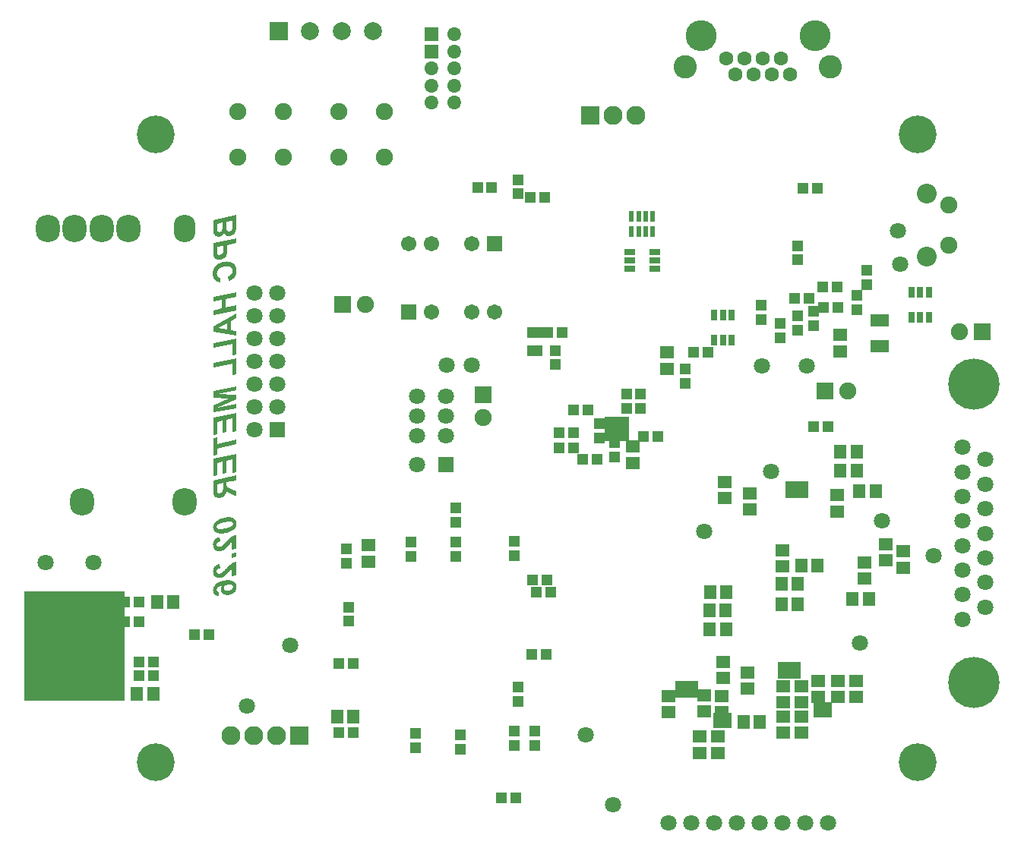
<source format=gbs>
G04*
G04 #@! TF.GenerationSoftware,Altium Limited,Altium Designer,18.0.12 (696)*
G04*
G04 Layer_Color=0*
%FSLAX44Y44*%
%MOMM*%
G71*
G01*
G75*
%ADD23R,1.6532X1.1532*%
%ADD24R,1.6032X1.4032*%
%ADD25R,1.4032X1.6032*%
%ADD38R,0.8032X1.3032*%
%ADD39R,1.1532X1.2032*%
%ADD41R,0.6032X1.1532*%
%ADD48R,1.2032X1.1532*%
%ADD51R,2.0032X1.4032*%
%ADD56C,1.8032*%
%ADD57O,1.5032X1.6032*%
%ADD58R,1.5032X1.6032*%
%ADD59C,2.1032*%
%ADD60R,2.1032X2.1032*%
%ADD61R,2.0032X2.0032*%
%ADD62C,2.0032*%
%ADD63R,11.2032X12.2032*%
%ADD64R,2.6032X1.9532*%
%ADD65C,1.9032*%
%ADD66R,1.9032X1.9032*%
%ADD67R,2.0832X1.7732*%
%ADD68R,2.7032X2.7032*%
%ADD69R,1.8032X1.8032*%
%ADD70R,1.7032X1.7032*%
%ADD71C,1.7032*%
%ADD72C,1.7032*%
%ADD73R,1.8032X1.8032*%
G04:AMPARAMS|DCode=74|XSize=3.0032mm|YSize=2.7032mm|CornerRadius=1.2391mm|HoleSize=0mm|Usage=FLASHONLY|Rotation=270.000|XOffset=0mm|YOffset=0mm|HoleType=Round|Shape=RoundedRectangle|*
%AMROUNDEDRECTD74*
21,1,3.0032,0.2250,0,0,270.0*
21,1,0.5250,2.7032,0,0,270.0*
1,1,2.4782,-0.1125,-0.2625*
1,1,2.4782,-0.1125,0.2625*
1,1,2.4782,0.1125,0.2625*
1,1,2.4782,0.1125,-0.2625*
%
%ADD74ROUNDEDRECTD74*%
%ADD76R,1.9032X1.9032*%
%ADD77C,5.7032*%
%ADD78C,2.2032*%
%ADD79C,1.6032*%
%ADD80C,2.6032*%
%ADD81C,3.4532*%
%ADD82C,4.2032*%
%ADD83C,1.1032*%
%ADD157R,1.3032X0.8032*%
G04:AMPARAMS|DCode=158|XSize=3.0032mm|YSize=2.4032mm|CornerRadius=1.1026mm|HoleSize=0mm|Usage=FLASHONLY|Rotation=270.000|XOffset=0mm|YOffset=0mm|HoleType=Round|Shape=RoundedRectangle|*
%AMROUNDEDRECTD158*
21,1,3.0032,0.1980,0,0,270.0*
21,1,0.7980,2.4032,0,0,270.0*
1,1,2.2052,-0.0990,-0.3990*
1,1,2.2052,-0.0990,0.3990*
1,1,2.2052,0.0990,0.3990*
1,1,2.2052,0.0990,-0.3990*
%
%ADD158ROUNDEDRECTD158*%
G36*
X630000Y712952D02*
X629972Y712258D01*
X629917Y711619D01*
X629861Y711008D01*
X629806Y710453D01*
X629722Y709926D01*
X629639Y709454D01*
X629556Y709009D01*
X629473Y708649D01*
X629389Y708315D01*
X629306Y708038D01*
X629250Y707788D01*
X629195Y707621D01*
X629139Y707483D01*
X629112Y707399D01*
Y707371D01*
X628723Y706566D01*
X628251Y705844D01*
X627779Y705206D01*
X627279Y704706D01*
X627057Y704484D01*
X626835Y704290D01*
X626641Y704123D01*
X626474Y704012D01*
X626335Y703901D01*
X626224Y703818D01*
X626169Y703790D01*
X626141Y703762D01*
X625752Y703540D01*
X625364Y703318D01*
X624559Y702985D01*
X623837Y702763D01*
X623143Y702596D01*
X622837Y702541D01*
X622588Y702485D01*
X622338Y702458D01*
X622116D01*
X621949Y702430D01*
X621838D01*
X621755D01*
X621727D01*
X621088Y702485D01*
X620505Y702596D01*
X619978Y702791D01*
X619506Y702985D01*
X619117Y703179D01*
X618840Y703374D01*
X618728Y703429D01*
X618645Y703485D01*
X618618Y703540D01*
X618590D01*
X618118Y703984D01*
X617701Y704484D01*
X617368Y705012D01*
X617118Y705484D01*
X616924Y705928D01*
X616841Y706122D01*
X616785Y706289D01*
X616730Y706428D01*
X616702Y706539D01*
X616674Y706594D01*
Y706622D01*
X616508Y706178D01*
X616341Y705761D01*
X616147Y705373D01*
X615952Y705012D01*
X615758Y704678D01*
X615564Y704373D01*
X615369Y704096D01*
X615203Y703873D01*
X615008Y703651D01*
X614842Y703457D01*
X614703Y703318D01*
X614564Y703179D01*
X614453Y703096D01*
X614370Y703013D01*
X614342Y702957D01*
X614314D01*
X614009Y702735D01*
X613704Y702569D01*
X613065Y702263D01*
X612454Y702041D01*
X611871Y701902D01*
X611344Y701819D01*
X611149Y701791D01*
X610955D01*
X610788Y701764D01*
X610677D01*
X610622D01*
X610594D01*
X610011Y701791D01*
X609484Y701874D01*
X608984Y701986D01*
X608568Y702097D01*
X608207Y702235D01*
X607929Y702346D01*
X607762Y702430D01*
X607735Y702458D01*
X607707D01*
X607235Y702735D01*
X606819Y703068D01*
X606485Y703401D01*
X606180Y703707D01*
X605930Y704012D01*
X605764Y704234D01*
X605653Y704401D01*
X605625Y704429D01*
Y704456D01*
X605347Y704956D01*
X605125Y705511D01*
X604931Y706039D01*
X604792Y706539D01*
X604681Y706983D01*
X604653Y707177D01*
X604625Y707344D01*
X604598Y707455D01*
X604570Y707566D01*
Y707649D01*
X604542Y707871D01*
X604514Y708149D01*
X604459Y708760D01*
X604431Y709426D01*
X604403Y710064D01*
X604375Y710675D01*
Y720420D01*
X630000Y725750D01*
Y712952D01*
D02*
G37*
G36*
Y694629D02*
X620228Y692602D01*
Y688049D01*
X620200Y687522D01*
Y686633D01*
X620172Y686272D01*
Y685911D01*
X620144Y685634D01*
X620117Y685356D01*
Y685162D01*
X620089Y684967D01*
Y684717D01*
X620061Y684634D01*
Y684579D01*
X619922Y683829D01*
X619784Y683135D01*
X619645Y682580D01*
X619506Y682080D01*
X619395Y681691D01*
X619284Y681414D01*
X619256Y681330D01*
X619228Y681247D01*
X619201Y681192D01*
X618978Y680720D01*
X618701Y680275D01*
X618423Y679887D01*
X618145Y679526D01*
X617923Y679248D01*
X617729Y679026D01*
X617590Y678887D01*
X617535Y678832D01*
X617091Y678443D01*
X616619Y678082D01*
X616119Y677777D01*
X615647Y677499D01*
X615230Y677305D01*
X615036Y677194D01*
X614897Y677138D01*
X614758Y677083D01*
X614675Y677027D01*
X614620Y677000D01*
X614592D01*
X613898Y676750D01*
X613232Y676555D01*
X612593Y676417D01*
X612010Y676305D01*
X611538Y676250D01*
X611316D01*
X611149Y676222D01*
X611011D01*
X610900D01*
X610844D01*
X610816D01*
X610067Y676250D01*
X609373Y676361D01*
X608762Y676528D01*
X608234Y676694D01*
X607818Y676889D01*
X607651Y676972D01*
X607513Y677027D01*
X607374Y677111D01*
X607290Y677138D01*
X607263Y677194D01*
X607235D01*
X606707Y677583D01*
X606236Y677999D01*
X605875Y678416D01*
X605569Y678832D01*
X605319Y679193D01*
X605181Y679470D01*
X605125Y679582D01*
X605070Y679665D01*
X605042Y679720D01*
Y679748D01*
X604820Y680387D01*
X604653Y681108D01*
X604542Y681830D01*
X604459Y682552D01*
X604431Y682857D01*
X604403Y683163D01*
Y683440D01*
X604375Y683662D01*
Y694573D01*
X630000Y699903D01*
Y694629D01*
D02*
G37*
G36*
X620422Y674057D02*
X621338Y673973D01*
X622199Y673835D01*
X623004Y673668D01*
X623754Y673474D01*
X624420Y673252D01*
X625031Y673002D01*
X625586Y672752D01*
X626058Y672530D01*
X626474Y672280D01*
X626835Y672058D01*
X627141Y671864D01*
X627363Y671697D01*
X627529Y671558D01*
X627640Y671475D01*
X627668Y671447D01*
X628168Y670920D01*
X628584Y670364D01*
X628973Y669781D01*
X629278Y669171D01*
X629556Y668560D01*
X629778Y667949D01*
X629972Y667366D01*
X630111Y666783D01*
X630250Y666228D01*
X630333Y665728D01*
X630389Y665256D01*
X630416Y664867D01*
X630444Y664534D01*
X630472Y664285D01*
Y664090D01*
X630444Y663313D01*
X630361Y662591D01*
X630250Y661869D01*
X630111Y661203D01*
X629944Y660564D01*
X629750Y659954D01*
X629556Y659398D01*
X629334Y658899D01*
X629139Y658427D01*
X628945Y658010D01*
X628751Y657677D01*
X628584Y657372D01*
X628418Y657122D01*
X628307Y656955D01*
X628251Y656844D01*
X628223Y656816D01*
X627779Y656261D01*
X627279Y655734D01*
X626780Y655234D01*
X626224Y654762D01*
X625669Y654346D01*
X625142Y653957D01*
X624586Y653624D01*
X624059Y653291D01*
X623559Y653041D01*
X623115Y652791D01*
X622699Y652597D01*
X622338Y652430D01*
X622032Y652291D01*
X621810Y652208D01*
X621671Y652152D01*
X621616Y652125D01*
X620811Y657427D01*
X621283Y657594D01*
X621727Y657788D01*
X622143Y657982D01*
X622532Y658177D01*
X622893Y658399D01*
X623198Y658621D01*
X623504Y658815D01*
X623754Y659037D01*
X624003Y659232D01*
X624198Y659398D01*
X624364Y659565D01*
X624503Y659704D01*
X624614Y659815D01*
X624697Y659898D01*
X624725Y659954D01*
X624753Y659981D01*
X624975Y660314D01*
X625169Y660620D01*
X625503Y661286D01*
X625725Y661897D01*
X625891Y662480D01*
X625975Y662980D01*
X626030Y663202D01*
Y663368D01*
X626058Y663535D01*
Y663729D01*
X626030Y664118D01*
X625975Y664507D01*
X625891Y664867D01*
X625808Y665228D01*
X625530Y665839D01*
X625225Y666394D01*
X625058Y666617D01*
X624920Y666811D01*
X624781Y666977D01*
X624642Y667116D01*
X624559Y667255D01*
X624475Y667338D01*
X624420Y667366D01*
X624392Y667394D01*
X624059Y667644D01*
X623698Y667866D01*
X623337Y668088D01*
X622948Y668254D01*
X622143Y668504D01*
X621394Y668671D01*
X621033Y668754D01*
X620700Y668782D01*
X620422Y668810D01*
X620144Y668838D01*
X619950Y668865D01*
X619784D01*
X619672D01*
X619645D01*
X618590Y668810D01*
X617562Y668699D01*
X616619Y668504D01*
X616174Y668421D01*
X615758Y668310D01*
X615397Y668199D01*
X615036Y668116D01*
X614758Y668005D01*
X614481Y667921D01*
X614287Y667866D01*
X614148Y667810D01*
X614037Y667755D01*
X614009D01*
X613481Y667533D01*
X613009Y667311D01*
X612565Y667061D01*
X612149Y666811D01*
X611788Y666561D01*
X611455Y666283D01*
X611149Y666061D01*
X610872Y665811D01*
X610622Y665589D01*
X610428Y665395D01*
X610233Y665201D01*
X610094Y665034D01*
X609983Y664923D01*
X609900Y664812D01*
X609872Y664756D01*
X609845Y664729D01*
X609622Y664368D01*
X609400Y664007D01*
X609067Y663285D01*
X608845Y662619D01*
X608679Y661980D01*
X608623Y661703D01*
X608568Y661453D01*
X608540Y661203D01*
Y661009D01*
X608512Y660870D01*
Y660648D01*
X608568Y659954D01*
X608679Y659315D01*
X608845Y658788D01*
X609012Y658316D01*
X609206Y657955D01*
X609373Y657705D01*
X609484Y657538D01*
X609539Y657483D01*
X609734Y657261D01*
X609956Y657066D01*
X610455Y656733D01*
X610983Y656428D01*
X611510Y656206D01*
X612010Y656039D01*
X612204Y655984D01*
X612399Y655928D01*
X612538Y655900D01*
X612649Y655873D01*
X612732Y655845D01*
X612760D01*
X612288Y650792D01*
X611594Y650903D01*
X610927Y651070D01*
X610289Y651236D01*
X609706Y651458D01*
X609178Y651708D01*
X608679Y651958D01*
X608207Y652236D01*
X607790Y652486D01*
X607429Y652763D01*
X607124Y653013D01*
X606846Y653235D01*
X606624Y653429D01*
X606430Y653596D01*
X606319Y653735D01*
X606236Y653818D01*
X606208Y653846D01*
X605819Y654346D01*
X605458Y654873D01*
X605153Y655401D01*
X604903Y655984D01*
X604681Y656539D01*
X604514Y657094D01*
X604348Y657649D01*
X604237Y658149D01*
X604153Y658649D01*
X604070Y659121D01*
X604015Y659509D01*
X603987Y659870D01*
Y660176D01*
X603959Y660370D01*
Y660564D01*
X603987Y661258D01*
X604042Y661925D01*
X604126Y662563D01*
X604264Y663202D01*
X604403Y663785D01*
X604570Y664368D01*
X604736Y664895D01*
X604931Y665367D01*
X605097Y665811D01*
X605292Y666228D01*
X605458Y666561D01*
X605597Y666866D01*
X605736Y667116D01*
X605819Y667283D01*
X605875Y667394D01*
X605902Y667422D01*
X606291Y668005D01*
X606680Y668532D01*
X607124Y669032D01*
X607568Y669504D01*
X608040Y669948D01*
X608512Y670364D01*
X608956Y670725D01*
X609400Y671059D01*
X609817Y671336D01*
X610205Y671614D01*
X610539Y671836D01*
X610844Y672002D01*
X611094Y672141D01*
X611288Y672252D01*
X611399Y672308D01*
X611455Y672336D01*
X612149Y672641D01*
X612843Y672918D01*
X613537Y673141D01*
X614231Y673335D01*
X614897Y673502D01*
X615564Y673668D01*
X616202Y673779D01*
X616813Y673863D01*
X617368Y673946D01*
X617868Y674001D01*
X618312Y674029D01*
X618701Y674057D01*
X619034Y674085D01*
X619256D01*
X619395D01*
X619450D01*
X620422Y674057D01*
D02*
G37*
G36*
X630000Y634884D02*
X618534Y632497D01*
Y622586D01*
X630000Y624973D01*
Y619698D01*
X604375Y614368D01*
Y619643D01*
X614259Y621697D01*
Y631608D01*
X604375Y629554D01*
Y634829D01*
X630000Y640159D01*
Y634884D01*
D02*
G37*
G36*
Y610815D02*
X624337Y607733D01*
Y597600D01*
X630000Y596739D01*
Y591742D01*
X604375Y595906D01*
Y601819D01*
X630000Y616256D01*
Y610815D01*
D02*
G37*
G36*
Y570087D02*
X625725Y569199D01*
Y582219D01*
X604375Y577777D01*
Y583052D01*
X630000Y588383D01*
Y570087D01*
D02*
G37*
G36*
Y548238D02*
X625725Y547350D01*
Y560371D01*
X604375Y555929D01*
Y561203D01*
X630000Y566534D01*
Y548238D01*
D02*
G37*
G36*
Y530165D02*
X608595Y526112D01*
X630000Y525168D01*
Y520171D01*
X608762Y510676D01*
X630000Y515090D01*
Y510315D01*
X604375Y505679D01*
Y513230D01*
X622032Y521281D01*
X604375Y522086D01*
Y529582D01*
X630000Y534940D01*
Y530165D01*
D02*
G37*
G36*
Y485052D02*
X625725Y484136D01*
Y499072D01*
X618756Y497545D01*
Y484163D01*
X614481Y483275D01*
Y496601D01*
X608651Y495324D01*
Y481609D01*
X604375Y480721D01*
Y499738D01*
X630000Y505068D01*
Y485052D01*
D02*
G37*
G36*
X608651Y470865D02*
X630000Y475335D01*
Y470060D01*
X608651Y465590D01*
Y458206D01*
X604375Y457345D01*
Y477500D01*
X608651Y478361D01*
Y470865D01*
D02*
G37*
G36*
X630000Y439327D02*
X625725Y438411D01*
Y453347D01*
X618756Y451820D01*
Y438439D01*
X614481Y437551D01*
Y450877D01*
X608651Y449599D01*
Y435885D01*
X604375Y434996D01*
X604375Y454014D01*
X630000Y459344D01*
Y439327D01*
D02*
G37*
G36*
X630000Y430083D02*
X619395Y427889D01*
Y425724D01*
X619423Y425085D01*
X619478Y424530D01*
X619561Y424086D01*
X619645Y423725D01*
X619756Y423447D01*
X619839Y423253D01*
X619895Y423142D01*
X619922Y423114D01*
X620089Y422892D01*
X620311Y422670D01*
X620811Y422254D01*
X621366Y421865D01*
X621921Y421504D01*
X622421Y421226D01*
X622643Y421115D01*
X622865Y421032D01*
X623032Y420949D01*
X623143Y420893D01*
X623226Y420838D01*
X623254D01*
X624087Y420477D01*
X624864Y420144D01*
X625586Y419838D01*
X626252Y419561D01*
X626835Y419339D01*
X627390Y419117D01*
X627890Y418922D01*
X628334Y418728D01*
X628723Y418589D01*
X629084Y418478D01*
X629361Y418367D01*
X629584Y418284D01*
X629778Y418228D01*
X629889Y418173D01*
X629972Y418145D01*
X630000D01*
Y412481D01*
X629001Y412898D01*
X628057Y413286D01*
X627196Y413647D01*
X626363Y414008D01*
X625614Y414369D01*
X624920Y414702D01*
X624281Y415008D01*
X623726Y415285D01*
X623198Y415535D01*
X622782Y415757D01*
X622393Y415952D01*
X622088Y416118D01*
X621838Y416257D01*
X621671Y416340D01*
X621560Y416396D01*
X621533Y416424D01*
X621005Y416757D01*
X620533Y417090D01*
X620117Y417423D01*
X619756Y417701D01*
X619478Y417978D01*
X619284Y418173D01*
X619145Y418284D01*
X619117Y418339D01*
X619006Y417617D01*
X618867Y416951D01*
X618701Y416312D01*
X618507Y415729D01*
X618284Y415202D01*
X618062Y414702D01*
X617840Y414286D01*
X617618Y413870D01*
X617396Y413536D01*
X617202Y413231D01*
X617007Y412981D01*
X616841Y412759D01*
X616702Y412592D01*
X616591Y412481D01*
X616535Y412426D01*
X616508Y412398D01*
X616091Y412037D01*
X615647Y411759D01*
X615203Y411482D01*
X614759Y411260D01*
X614314Y411065D01*
X613842Y410899D01*
X613426Y410788D01*
X613009Y410677D01*
X612593Y410593D01*
X612232Y410538D01*
X611927Y410482D01*
X611649Y410455D01*
X611399Y410427D01*
X611233D01*
X611122D01*
X611094D01*
X610261Y410482D01*
X609511Y410593D01*
X608873Y410760D01*
X608290Y410927D01*
X608040Y411038D01*
X607846Y411121D01*
X607651Y411204D01*
X607485Y411288D01*
X607374Y411371D01*
X607290Y411399D01*
X607235Y411454D01*
X607207D01*
X606652Y411843D01*
X606180Y412287D01*
X605791Y412731D01*
X605486Y413148D01*
X605264Y413508D01*
X605097Y413814D01*
X605042Y413925D01*
X605014Y414008D01*
X604986Y414064D01*
Y414092D01*
X604875Y414397D01*
X604792Y414758D01*
X604625Y415480D01*
X604514Y416229D01*
X604459Y416979D01*
X604431Y417312D01*
X604403Y417617D01*
Y417923D01*
X604375Y418145D01*
Y430027D01*
X630000Y435357D01*
X630000Y430083D01*
D02*
G37*
G36*
X622477Y388911D02*
X623198Y388856D01*
X623892Y388745D01*
X624531Y388634D01*
X625114Y388467D01*
X625641Y388301D01*
X626141Y388134D01*
X626558Y387940D01*
X626946Y387745D01*
X627279Y387579D01*
X627557Y387412D01*
X627807Y387245D01*
X627973Y387135D01*
X628112Y387023D01*
X628195Y386968D01*
X628223Y386940D01*
X628612Y386551D01*
X628973Y386135D01*
X629278Y385719D01*
X629528Y385274D01*
X629750Y384830D01*
X629917Y384414D01*
X630083Y383997D01*
X630194Y383609D01*
X630278Y383220D01*
X630361Y382887D01*
X630389Y382554D01*
X630444Y382304D01*
Y382082D01*
X630472Y381915D01*
Y381776D01*
X630444Y381193D01*
X630361Y380638D01*
X630250Y380111D01*
X630111Y379583D01*
X629917Y379111D01*
X629722Y378639D01*
X629528Y378223D01*
X629306Y377806D01*
X629084Y377473D01*
X628890Y377140D01*
X628667Y376862D01*
X628501Y376640D01*
X628362Y376446D01*
X628251Y376307D01*
X628168Y376224D01*
X628140Y376196D01*
X627668Y375752D01*
X627168Y375308D01*
X626641Y374891D01*
X626113Y374530D01*
X625558Y374170D01*
X624975Y373836D01*
X624448Y373531D01*
X623892Y373281D01*
X623393Y373031D01*
X622921Y372809D01*
X622504Y372643D01*
X622143Y372504D01*
X621838Y372365D01*
X621616Y372282D01*
X621477Y372254D01*
X621422Y372226D01*
X620616Y371976D01*
X619811Y371726D01*
X619034Y371532D01*
X618257Y371366D01*
X617535Y371227D01*
X616869Y371116D01*
X616202Y371005D01*
X615619Y370949D01*
X615064Y370866D01*
X614564Y370838D01*
X614148Y370810D01*
X613787Y370783D01*
X613481Y370755D01*
X613259D01*
X613148D01*
X613093D01*
X612315Y370783D01*
X611566Y370838D01*
X610900Y370949D01*
X610261Y371060D01*
X609678Y371227D01*
X609123Y371393D01*
X608651Y371588D01*
X608207Y371754D01*
X607818Y371949D01*
X607485Y372143D01*
X607179Y372309D01*
X606957Y372476D01*
X606763Y372587D01*
X606652Y372698D01*
X606569Y372754D01*
X606541Y372781D01*
X606152Y373170D01*
X605791Y373587D01*
X605486Y374003D01*
X605236Y374419D01*
X605014Y374864D01*
X604820Y375280D01*
X604681Y375696D01*
X604542Y376085D01*
X604459Y376446D01*
X604375Y376807D01*
X604320Y377112D01*
X604292Y377362D01*
Y377584D01*
X604264Y377751D01*
Y377890D01*
X604292Y378473D01*
X604375Y379028D01*
X604487Y379555D01*
X604625Y380055D01*
X604820Y380555D01*
X605014Y381027D01*
X605236Y381443D01*
X605458Y381860D01*
X605680Y382220D01*
X605902Y382526D01*
X606097Y382804D01*
X606291Y383053D01*
X606430Y383248D01*
X606541Y383387D01*
X606624Y383470D01*
X606652Y383498D01*
X607124Y383970D01*
X607651Y384386D01*
X608179Y384830D01*
X608762Y385219D01*
X609956Y385913D01*
X610566Y386218D01*
X611122Y386524D01*
X611677Y386773D01*
X612177Y386996D01*
X612649Y387190D01*
X613037Y387329D01*
X613371Y387468D01*
X613620Y387551D01*
X613787Y387606D01*
X613815Y387634D01*
X613842D01*
X614592Y387856D01*
X615314Y388051D01*
X616757Y388384D01*
X617424Y388523D01*
X618090Y388606D01*
X618701Y388717D01*
X619256Y388772D01*
X619784Y388828D01*
X620256Y388856D01*
X620672Y388911D01*
X621033D01*
X621310Y388939D01*
X621533D01*
X621644D01*
X621699D01*
X622477Y388911D01*
D02*
G37*
G36*
X630000Y353570D02*
X625419Y352626D01*
Y361510D01*
X624781Y360983D01*
X624503Y360760D01*
X624253Y360538D01*
X624059Y360344D01*
X623892Y360205D01*
X623781Y360094D01*
X623754Y360066D01*
X623587Y359900D01*
X623393Y359705D01*
X622948Y359261D01*
X622449Y358734D01*
X621977Y358206D01*
X621505Y357734D01*
X621310Y357512D01*
X621144Y357346D01*
X620977Y357179D01*
X620866Y357068D01*
X620811Y356985D01*
X620783Y356957D01*
X620394Y356540D01*
X620006Y356152D01*
X619645Y355791D01*
X619339Y355458D01*
X619034Y355152D01*
X618756Y354875D01*
X618507Y354625D01*
X618257Y354403D01*
X617896Y354042D01*
X617618Y353792D01*
X617452Y353653D01*
X617396Y353598D01*
X616785Y353098D01*
X616202Y352654D01*
X615647Y352293D01*
X615175Y352015D01*
X614786Y351793D01*
X614453Y351627D01*
X614342Y351571D01*
X614259Y351543D01*
X614231Y351516D01*
X614203D01*
X613620Y351293D01*
X613093Y351155D01*
X612565Y351044D01*
X612093Y350960D01*
X611705Y350905D01*
X611399Y350877D01*
X611288D01*
X611205D01*
X611177D01*
X611149D01*
X610594Y350905D01*
X610067Y350960D01*
X609567Y351071D01*
X609123Y351210D01*
X608679Y351349D01*
X608262Y351516D01*
X607901Y351710D01*
X607540Y351904D01*
X607235Y352099D01*
X606985Y352293D01*
X606735Y352459D01*
X606569Y352598D01*
X606402Y352737D01*
X606291Y352848D01*
X606236Y352904D01*
X606208Y352931D01*
X605875Y353320D01*
X605569Y353764D01*
X605319Y354208D01*
X605070Y354680D01*
X604903Y355152D01*
X604736Y355624D01*
X604598Y356069D01*
X604514Y356513D01*
X604431Y356929D01*
X604375Y357318D01*
X604320Y357679D01*
X604292Y357984D01*
X604264Y358234D01*
Y358567D01*
X604292Y359150D01*
X604348Y359733D01*
X604431Y360288D01*
X604570Y360788D01*
X604709Y361260D01*
X604875Y361704D01*
X605042Y362121D01*
X605208Y362509D01*
X605403Y362842D01*
X605569Y363148D01*
X605736Y363398D01*
X605875Y363620D01*
X606013Y363786D01*
X606097Y363898D01*
X606152Y363981D01*
X606180Y364008D01*
X606541Y364397D01*
X606957Y364758D01*
X607374Y365064D01*
X607818Y365341D01*
X608290Y365591D01*
X608734Y365841D01*
X609178Y366035D01*
X609623Y366202D01*
X610039Y366341D01*
X610428Y366452D01*
X610761Y366563D01*
X611066Y366618D01*
X611316Y366702D01*
X611483Y366729D01*
X611621Y366757D01*
X611649D01*
X612371Y361871D01*
X611955Y361788D01*
X611566Y361676D01*
X611205Y361593D01*
X610872Y361482D01*
X610566Y361371D01*
X610317Y361260D01*
X610067Y361149D01*
X609872Y361038D01*
X609539Y360844D01*
X609289Y360677D01*
X609178Y360566D01*
X609123Y360538D01*
X608817Y360205D01*
X608595Y359844D01*
X608429Y359483D01*
X608318Y359150D01*
X608262Y358872D01*
X608207Y358650D01*
Y358456D01*
X608234Y358040D01*
X608318Y357651D01*
X608456Y357346D01*
X608595Y357068D01*
X608762Y356846D01*
X608873Y356679D01*
X608984Y356568D01*
X609012Y356540D01*
X609345Y356291D01*
X609678Y356096D01*
X610039Y355957D01*
X610372Y355846D01*
X610677Y355791D01*
X610900Y355763D01*
X611066D01*
X611094D01*
X611122D01*
X611427Y355791D01*
X611732Y355846D01*
X612038Y355902D01*
X612315Y355985D01*
X612565Y356096D01*
X612760Y356152D01*
X612871Y356207D01*
X612926Y356235D01*
X613315Y356429D01*
X613704Y356679D01*
X614120Y356957D01*
X614481Y357235D01*
X614814Y357484D01*
X615064Y357706D01*
X615230Y357845D01*
X615258Y357873D01*
X615286Y357901D01*
X615453Y358040D01*
X615647Y358234D01*
X615869Y358456D01*
X616091Y358706D01*
X616646Y359233D01*
X617174Y359789D01*
X617674Y360316D01*
X617924Y360566D01*
X618118Y360760D01*
X618284Y360927D01*
X618395Y361066D01*
X618479Y361149D01*
X618507Y361177D01*
X619090Y361788D01*
X619645Y362371D01*
X620172Y362870D01*
X620616Y363342D01*
X621061Y363786D01*
X621449Y364175D01*
X621810Y364508D01*
X622116Y364814D01*
X622393Y365091D01*
X622615Y365313D01*
X622810Y365480D01*
X622976Y365647D01*
X623087Y365758D01*
X623171Y365841D01*
X623226Y365869D01*
X623254Y365896D01*
X623809Y366368D01*
X624364Y366785D01*
X624920Y367146D01*
X625392Y367451D01*
X625836Y367701D01*
X626002Y367812D01*
X626141Y367895D01*
X626280Y367979D01*
X626363Y368034D01*
X626419Y368062D01*
X626446D01*
X627085Y368367D01*
X627724Y368589D01*
X628307Y368784D01*
X628862Y368923D01*
X629334Y369034D01*
X629528Y369061D01*
X629695Y369089D01*
X629806Y369117D01*
X629917Y369145D01*
X629972D01*
X630000D01*
Y353570D01*
D02*
G37*
G36*
Y344825D02*
X625169Y343853D01*
Y348823D01*
X630000Y349794D01*
Y344825D01*
D02*
G37*
G36*
Y323726D02*
X625419Y322782D01*
Y331666D01*
X624781Y331138D01*
X624503Y330916D01*
X624253Y330694D01*
X624059Y330500D01*
X623892Y330361D01*
X623781Y330250D01*
X623754Y330222D01*
X623587Y330055D01*
X623393Y329861D01*
X622948Y329417D01*
X622449Y328889D01*
X621977Y328362D01*
X621505Y327890D01*
X621310Y327668D01*
X621144Y327501D01*
X620977Y327335D01*
X620866Y327224D01*
X620811Y327140D01*
X620783Y327113D01*
X620394Y326696D01*
X620006Y326307D01*
X619645Y325947D01*
X619339Y325613D01*
X619034Y325308D01*
X618756Y325030D01*
X618507Y324781D01*
X618257Y324558D01*
X617896Y324198D01*
X617618Y323948D01*
X617452Y323809D01*
X617396Y323753D01*
X616785Y323254D01*
X616202Y322809D01*
X615647Y322449D01*
X615175Y322171D01*
X614786Y321949D01*
X614453Y321782D01*
X614342Y321727D01*
X614259Y321699D01*
X614231Y321671D01*
X614203D01*
X613620Y321449D01*
X613093Y321310D01*
X612565Y321199D01*
X612093Y321116D01*
X611705Y321060D01*
X611399Y321033D01*
X611288D01*
X611205D01*
X611177D01*
X611149D01*
X610594Y321060D01*
X610067Y321116D01*
X609567Y321227D01*
X609123Y321366D01*
X608679Y321505D01*
X608262Y321671D01*
X607901Y321866D01*
X607540Y322060D01*
X607235Y322254D01*
X606985Y322449D01*
X606735Y322615D01*
X606569Y322754D01*
X606402Y322893D01*
X606291Y323004D01*
X606236Y323059D01*
X606208Y323087D01*
X605875Y323476D01*
X605569Y323920D01*
X605319Y324364D01*
X605070Y324836D01*
X604903Y325308D01*
X604736Y325780D01*
X604598Y326224D01*
X604514Y326668D01*
X604431Y327085D01*
X604375Y327473D01*
X604320Y327834D01*
X604292Y328140D01*
X604264Y328390D01*
Y328723D01*
X604292Y329306D01*
X604348Y329889D01*
X604431Y330444D01*
X604570Y330944D01*
X604709Y331416D01*
X604875Y331860D01*
X605042Y332276D01*
X605208Y332665D01*
X605403Y332998D01*
X605569Y333303D01*
X605736Y333553D01*
X605875Y333775D01*
X606013Y333942D01*
X606097Y334053D01*
X606152Y334136D01*
X606180Y334164D01*
X606541Y334553D01*
X606957Y334914D01*
X607374Y335219D01*
X607818Y335497D01*
X608290Y335747D01*
X608734Y335997D01*
X609178Y336191D01*
X609623Y336357D01*
X610039Y336496D01*
X610428Y336607D01*
X610761Y336718D01*
X611066Y336774D01*
X611316Y336857D01*
X611483Y336885D01*
X611621Y336913D01*
X611649D01*
X612371Y332026D01*
X611955Y331943D01*
X611566Y331832D01*
X611205Y331749D01*
X610872Y331638D01*
X610566Y331527D01*
X610317Y331416D01*
X610067Y331305D01*
X609872Y331194D01*
X609539Y330999D01*
X609289Y330833D01*
X609178Y330722D01*
X609123Y330694D01*
X608817Y330361D01*
X608595Y330000D01*
X608429Y329639D01*
X608318Y329306D01*
X608262Y329028D01*
X608207Y328806D01*
Y328612D01*
X608234Y328195D01*
X608318Y327807D01*
X608456Y327501D01*
X608595Y327224D01*
X608762Y327001D01*
X608873Y326835D01*
X608984Y326724D01*
X609012Y326696D01*
X609345Y326446D01*
X609678Y326252D01*
X610039Y326113D01*
X610372Y326002D01*
X610677Y325947D01*
X610900Y325919D01*
X611066D01*
X611094D01*
X611122D01*
X611427Y325947D01*
X611732Y326002D01*
X612038Y326058D01*
X612315Y326141D01*
X612565Y326252D01*
X612760Y326307D01*
X612871Y326363D01*
X612926Y326391D01*
X613315Y326585D01*
X613704Y326835D01*
X614120Y327113D01*
X614481Y327390D01*
X614814Y327640D01*
X615064Y327862D01*
X615230Y328001D01*
X615258Y328029D01*
X615286Y328056D01*
X615453Y328195D01*
X615647Y328390D01*
X615869Y328612D01*
X616091Y328862D01*
X616646Y329389D01*
X617174Y329944D01*
X617674Y330472D01*
X617924Y330722D01*
X618118Y330916D01*
X618284Y331083D01*
X618395Y331221D01*
X618479Y331305D01*
X618507Y331332D01*
X619090Y331943D01*
X619645Y332526D01*
X620172Y333026D01*
X620616Y333498D01*
X621061Y333942D01*
X621449Y334331D01*
X621810Y334664D01*
X622116Y334969D01*
X622393Y335247D01*
X622615Y335469D01*
X622810Y335636D01*
X622976Y335802D01*
X623087Y335913D01*
X623171Y335997D01*
X623226Y336024D01*
X623254Y336052D01*
X623809Y336524D01*
X624364Y336940D01*
X624920Y337301D01*
X625392Y337607D01*
X625836Y337857D01*
X626002Y337968D01*
X626141Y338051D01*
X626280Y338134D01*
X626363Y338190D01*
X626419Y338218D01*
X626446D01*
X627085Y338523D01*
X627724Y338745D01*
X628307Y338939D01*
X628862Y339078D01*
X629334Y339189D01*
X629528Y339217D01*
X629695Y339245D01*
X629806Y339272D01*
X629917Y339300D01*
X629972D01*
X630000D01*
Y323726D01*
D02*
G37*
G36*
X621949Y318645D02*
X622532Y318590D01*
X623060Y318534D01*
X623559Y318451D01*
X624003Y318395D01*
X624420Y318312D01*
X624809Y318201D01*
X625142Y318118D01*
X625447Y318034D01*
X625697Y317979D01*
X625891Y317896D01*
X626058Y317840D01*
X626197Y317785D01*
X626252Y317757D01*
X626280D01*
X627002Y317368D01*
X627640Y316952D01*
X628168Y316507D01*
X628612Y316063D01*
X628973Y315675D01*
X629223Y315369D01*
X629306Y315258D01*
X629361Y315175D01*
X629417Y315119D01*
Y315091D01*
X629778Y314425D01*
X630028Y313759D01*
X630222Y313093D01*
X630333Y312510D01*
X630389Y312232D01*
X630416Y311982D01*
X630444Y311760D01*
Y311566D01*
X630472Y311427D01*
Y311205D01*
X630416Y310372D01*
X630305Y309595D01*
X630111Y308901D01*
X629917Y308262D01*
X629806Y307984D01*
X629722Y307735D01*
X629611Y307512D01*
X629528Y307318D01*
X629473Y307179D01*
X629417Y307068D01*
X629361Y307013D01*
Y306985D01*
X629139Y306624D01*
X628890Y306263D01*
X628307Y305597D01*
X627724Y305014D01*
X627141Y304542D01*
X626585Y304125D01*
X626363Y303987D01*
X626169Y303848D01*
X625975Y303737D01*
X625863Y303654D01*
X625780Y303626D01*
X625752Y303598D01*
X625280Y303348D01*
X624809Y303154D01*
X624337Y302959D01*
X623865Y302821D01*
X622976Y302571D01*
X622560Y302488D01*
X622171Y302404D01*
X621810Y302349D01*
X621477Y302321D01*
X621199Y302265D01*
X620950D01*
X620755Y302238D01*
X620589D01*
X620505D01*
X620478D01*
X619839Y302265D01*
X619228Y302321D01*
X618673Y302404D01*
X618146Y302543D01*
X617646Y302682D01*
X617202Y302848D01*
X616785Y303015D01*
X616396Y303209D01*
X616063Y303376D01*
X615786Y303570D01*
X615536Y303737D01*
X615314Y303876D01*
X615175Y304014D01*
X615036Y304098D01*
X614981Y304153D01*
X614953Y304181D01*
X614592Y304542D01*
X614287Y304931D01*
X614009Y305347D01*
X613759Y305763D01*
X613565Y306152D01*
X613398Y306569D01*
X613259Y306957D01*
X613148Y307346D01*
X613065Y307707D01*
X613009Y308012D01*
X612954Y308318D01*
X612926Y308567D01*
X612898Y308790D01*
Y309067D01*
X612954Y309733D01*
X613065Y310372D01*
X613232Y310983D01*
X613426Y311483D01*
X613648Y311927D01*
X613731Y312093D01*
X613815Y312260D01*
X613870Y312371D01*
X613926Y312454D01*
X613981Y312510D01*
Y312537D01*
X613398Y312371D01*
X612843Y312204D01*
X612343Y312010D01*
X611871Y311816D01*
X611455Y311621D01*
X611066Y311427D01*
X610733Y311233D01*
X610428Y311066D01*
X610150Y310900D01*
X609928Y310733D01*
X609734Y310594D01*
X609567Y310483D01*
X609456Y310372D01*
X609345Y310289D01*
X609317Y310261D01*
X609289Y310233D01*
X608956Y309844D01*
X608706Y309456D01*
X608512Y309067D01*
X608401Y308706D01*
X608318Y308401D01*
X608290Y308179D01*
X608262Y308012D01*
Y307957D01*
X608290Y307596D01*
X608373Y307290D01*
X608456Y307013D01*
X608568Y306791D01*
X608706Y306624D01*
X608790Y306485D01*
X608873Y306402D01*
X608901Y306374D01*
X609178Y306180D01*
X609484Y306013D01*
X609845Y305875D01*
X610178Y305791D01*
X610511Y305708D01*
X610761Y305652D01*
X610872D01*
X610955Y305625D01*
X610983D01*
X611011D01*
X610650Y300933D01*
X610067Y301016D01*
X609511Y301127D01*
X609012Y301266D01*
X608540Y301432D01*
X608096Y301599D01*
X607707Y301766D01*
X607346Y301960D01*
X607041Y302127D01*
X606763Y302321D01*
X606513Y302488D01*
X606319Y302626D01*
X606152Y302765D01*
X606013Y302876D01*
X605930Y302959D01*
X605875Y303015D01*
X605847Y303043D01*
X605569Y303376D01*
X605319Y303737D01*
X605125Y304098D01*
X604931Y304459D01*
X604764Y304847D01*
X604653Y305236D01*
X604459Y305958D01*
X604403Y306291D01*
X604348Y306596D01*
X604320Y306874D01*
X604292Y307124D01*
X604264Y307318D01*
Y308068D01*
X604320Y308512D01*
X604459Y309373D01*
X604709Y310205D01*
X605014Y310955D01*
X605375Y311677D01*
X605791Y312343D01*
X606208Y312954D01*
X606652Y313481D01*
X607124Y313981D01*
X607540Y314425D01*
X607957Y314786D01*
X608318Y315091D01*
X608623Y315341D01*
X608873Y315508D01*
X609012Y315619D01*
X609039Y315647D01*
X609067D01*
X609983Y316174D01*
X610955Y316646D01*
X611927Y317063D01*
X612926Y317396D01*
X613898Y317701D01*
X614870Y317923D01*
X615813Y318145D01*
X616702Y318284D01*
X617535Y318423D01*
X618312Y318506D01*
X618978Y318590D01*
X619589Y318617D01*
X619839Y318645D01*
X620061D01*
X620256Y318673D01*
X620422D01*
X620561D01*
X620644D01*
X620700D01*
X620727D01*
X621366D01*
X621949Y318645D01*
D02*
G37*
%LPC*%
G36*
X625863Y719615D02*
X619173Y718226D01*
Y711536D01*
X619201Y711147D01*
X619256Y710814D01*
X619311Y710509D01*
X619423Y709953D01*
X619589Y709537D01*
X619728Y709204D01*
X619867Y708982D01*
X619978Y708843D01*
X620006Y708787D01*
X620339Y708454D01*
X620672Y708232D01*
X621033Y708065D01*
X621366Y707927D01*
X621671Y707871D01*
X621893Y707843D01*
X622060Y707816D01*
X622088D01*
X622116D01*
X622504Y707843D01*
X622865Y707927D01*
X623198Y708038D01*
X623504Y708149D01*
X623754Y708260D01*
X623948Y708371D01*
X624059Y708454D01*
X624114Y708482D01*
X624448Y708760D01*
X624725Y709037D01*
X624947Y709342D01*
X625142Y709620D01*
X625280Y709870D01*
X625392Y710064D01*
X625447Y710203D01*
X625475Y710259D01*
X625530Y710481D01*
X625614Y710758D01*
X625641Y711064D01*
X625697Y711369D01*
X625780Y712091D01*
X625808Y712813D01*
X625836Y713146D01*
Y713479D01*
X625863Y713757D01*
Y719615D01*
D02*
G37*
G36*
X614703Y717282D02*
X608651Y716033D01*
Y710842D01*
X608679Y710564D01*
Y710092D01*
X608706Y709870D01*
Y709704D01*
X608734Y709454D01*
Y709259D01*
X608762Y709176D01*
Y709148D01*
X608873Y708787D01*
X608984Y708454D01*
X609123Y708204D01*
X609262Y707982D01*
X609400Y707788D01*
X609511Y707677D01*
X609595Y707594D01*
X609622Y707566D01*
X609872Y707371D01*
X610122Y707233D01*
X610400Y707122D01*
X610650Y707066D01*
X610872Y707010D01*
X611038Y706983D01*
X611149D01*
X611205D01*
X611566Y707010D01*
X611927Y707066D01*
X612232Y707177D01*
X612510Y707288D01*
X612760Y707399D01*
X612926Y707510D01*
X613065Y707566D01*
X613093Y707594D01*
X613398Y707843D01*
X613648Y708121D01*
X613870Y708399D01*
X614037Y708704D01*
X614175Y708954D01*
X614259Y709176D01*
X614314Y709315D01*
X614342Y709342D01*
Y709370D01*
X614398Y709620D01*
X614453Y709870D01*
X614536Y710481D01*
X614620Y711119D01*
X614647Y711786D01*
X614675Y712369D01*
X614703Y712618D01*
Y717282D01*
D02*
G37*
G36*
X615952Y691714D02*
X608595Y690159D01*
Y685495D01*
X608623Y685134D01*
X608651Y684801D01*
Y684495D01*
X608679Y684218D01*
X608706Y683968D01*
X608734Y683774D01*
X608762Y683607D01*
X608790Y683440D01*
X608817Y683246D01*
X608873Y683107D01*
Y683080D01*
X608984Y682802D01*
X609123Y682580D01*
X609262Y682385D01*
X609428Y682219D01*
X609539Y682080D01*
X609650Y681997D01*
X609734Y681941D01*
X609761Y681914D01*
X609983Y681775D01*
X610233Y681664D01*
X610483Y681608D01*
X610733Y681553D01*
X610927Y681525D01*
X611094Y681497D01*
X611233D01*
X611260D01*
X611760Y681525D01*
X612232Y681608D01*
X612649Y681747D01*
X613037Y681886D01*
X613343Y682052D01*
X613592Y682163D01*
X613731Y682274D01*
X613787Y682302D01*
X614175Y682635D01*
X614536Y682996D01*
X614814Y683357D01*
X615036Y683718D01*
X615230Y684023D01*
X615341Y684301D01*
X615425Y684468D01*
X615453Y684495D01*
Y684523D01*
X615536Y684801D01*
X615619Y685162D01*
X615675Y685550D01*
X615730Y685967D01*
X615841Y686883D01*
X615897Y687827D01*
Y688271D01*
X615924Y688688D01*
Y689076D01*
X615952Y689409D01*
Y691714D01*
D02*
G37*
G36*
X620061Y605373D02*
X609761Y599737D01*
X620061Y598238D01*
Y605373D01*
D02*
G37*
G36*
X615564Y427084D02*
X608651Y425641D01*
Y419422D01*
X608679Y419033D01*
Y418700D01*
X608706Y418367D01*
X608762Y418089D01*
X608790Y417867D01*
X608817Y417645D01*
X608873Y417451D01*
X608956Y417145D01*
X609012Y416951D01*
X609067Y416840D01*
X609095Y416812D01*
X609373Y416424D01*
X609706Y416146D01*
X610067Y415952D01*
X610400Y415813D01*
X610705Y415729D01*
X610955Y415702D01*
X611122Y415674D01*
X611149D01*
X611177D01*
X611621Y415702D01*
X612038Y415785D01*
X612426Y415924D01*
X612787Y416063D01*
X613065Y416229D01*
X613287Y416340D01*
X613426Y416451D01*
X613481Y416479D01*
X613870Y416785D01*
X614176Y417145D01*
X614453Y417506D01*
X614675Y417839D01*
X614842Y418173D01*
X614981Y418423D01*
X615036Y418589D01*
X615064Y418617D01*
Y418645D01*
X615147Y418922D01*
X615230Y419283D01*
X615286Y419672D01*
X615342Y420116D01*
X615453Y421032D01*
X615508Y421976D01*
Y422448D01*
X615536Y422864D01*
Y423253D01*
X615564Y423586D01*
Y427084D01*
D02*
G37*
G36*
X623060Y384053D02*
X622921D01*
X622810D01*
X622754D01*
X622726D01*
X622227D01*
X621699Y384025D01*
X620616Y383914D01*
X619506Y383747D01*
X618978Y383664D01*
X618451Y383581D01*
X617979Y383498D01*
X617535Y383414D01*
X617146Y383331D01*
X616785Y383248D01*
X616508Y383192D01*
X616286Y383137D01*
X616174Y383109D01*
X616119D01*
X615258Y382887D01*
X614481Y382665D01*
X613759Y382443D01*
X613121Y382220D01*
X612510Y381998D01*
X611982Y381776D01*
X611510Y381582D01*
X611094Y381360D01*
X610705Y381193D01*
X610400Y380999D01*
X610150Y380860D01*
X609928Y380721D01*
X609761Y380610D01*
X609650Y380527D01*
X609595Y380499D01*
X609567Y380471D01*
X609345Y380277D01*
X609123Y380055D01*
X608817Y379639D01*
X608568Y379250D01*
X608429Y378889D01*
X608318Y378556D01*
X608290Y378306D01*
X608262Y378139D01*
Y378084D01*
X608290Y377695D01*
X608401Y377362D01*
X608540Y377057D01*
X608679Y376807D01*
X608845Y376613D01*
X608984Y376446D01*
X609095Y376363D01*
X609123Y376335D01*
X609484Y376113D01*
X609928Y375946D01*
X610372Y375807D01*
X610844Y375724D01*
X611260Y375669D01*
X611594Y375641D01*
X611705D01*
X611816D01*
X611871D01*
X611899D01*
X612371D01*
X612871Y375669D01*
X613898Y375780D01*
X614981Y375919D01*
X615508Y376002D01*
X616008Y376085D01*
X616480Y376196D01*
X616924Y376279D01*
X617313Y376335D01*
X617674Y376418D01*
X617951Y376474D01*
X618173Y376529D01*
X618284Y376557D01*
X618340D01*
X619256Y376779D01*
X620089Y377001D01*
X620866Y377223D01*
X621560Y377445D01*
X622199Y377668D01*
X622754Y377890D01*
X623254Y378084D01*
X623670Y378278D01*
X624059Y378473D01*
X624364Y378639D01*
X624642Y378778D01*
X624836Y378917D01*
X625003Y379028D01*
X625114Y379111D01*
X625169Y379139D01*
X625197Y379167D01*
X625419Y379361D01*
X625614Y379583D01*
X625947Y380000D01*
X626169Y380444D01*
X626308Y380832D01*
X626419Y381166D01*
X626446Y381415D01*
X626474Y381526D01*
Y381665D01*
X626446Y382054D01*
X626335Y382387D01*
X626197Y382665D01*
X626058Y382915D01*
X625891Y383109D01*
X625780Y383275D01*
X625669Y383359D01*
X625641Y383387D01*
X625475Y383498D01*
X625280Y383609D01*
X624836Y383775D01*
X624364Y383886D01*
X623865Y383970D01*
X623420Y384025D01*
X623226D01*
X623060Y384053D01*
D02*
G37*
G36*
X622837Y313842D02*
X622699D01*
X622588D01*
X622532D01*
X622504D01*
X621893Y313815D01*
X621310Y313759D01*
X620755Y313676D01*
X620283Y313565D01*
X619867Y313481D01*
X619700Y313426D01*
X619561Y313398D01*
X619450Y313370D01*
X619367Y313342D01*
X619312Y313315D01*
X619284D01*
X618729Y313093D01*
X618229Y312843D01*
X617840Y312593D01*
X617507Y312343D01*
X617257Y312121D01*
X617091Y311954D01*
X616979Y311843D01*
X616952Y311788D01*
X616702Y311427D01*
X616508Y311066D01*
X616396Y310733D01*
X616286Y310427D01*
X616230Y310205D01*
X616202Y310011D01*
Y309844D01*
X616230Y309428D01*
X616341Y309067D01*
X616508Y308734D01*
X616674Y308456D01*
X616869Y308234D01*
X617007Y308068D01*
X617118Y307957D01*
X617174Y307929D01*
X617590Y307651D01*
X618035Y307457D01*
X618534Y307318D01*
X619034Y307235D01*
X619450Y307152D01*
X619645D01*
X619811Y307124D01*
X619950D01*
X620061D01*
X620117D01*
X620144D01*
X620700Y307152D01*
X621255Y307179D01*
X621755Y307263D01*
X622227Y307346D01*
X622671Y307457D01*
X623087Y307568D01*
X623448Y307707D01*
X623781Y307818D01*
X624087Y307957D01*
X624364Y308095D01*
X624586Y308207D01*
X624781Y308318D01*
X624920Y308401D01*
X625031Y308484D01*
X625086Y308512D01*
X625114Y308540D01*
X625364Y308734D01*
X625558Y308956D01*
X625752Y309150D01*
X625891Y309373D01*
X626141Y309789D01*
X626308Y310205D01*
X626391Y310539D01*
X626446Y310816D01*
X626474Y310927D01*
Y311066D01*
X626446Y311483D01*
X626335Y311871D01*
X626169Y312232D01*
X626002Y312510D01*
X625836Y312759D01*
X625669Y312926D01*
X625558Y313037D01*
X625530Y313065D01*
X625114Y313315D01*
X624642Y313509D01*
X624142Y313648D01*
X623643Y313731D01*
X623198Y313787D01*
X623004Y313815D01*
X622837Y313842D01*
D02*
G37*
%LPD*%
D23*
X962500Y575000D02*
D03*
Y595000D02*
D03*
D24*
X1299550Y395300D02*
D03*
Y413300D02*
D03*
X1202500Y415750D02*
D03*
Y397750D02*
D03*
X1278750Y206250D02*
D03*
Y188250D02*
D03*
X1111750Y189250D02*
D03*
Y171250D02*
D03*
X1166750Y126250D02*
D03*
Y144250D02*
D03*
X1146750Y126250D02*
D03*
Y144250D02*
D03*
X1170750Y189250D02*
D03*
Y171250D02*
D03*
X1151750Y190250D02*
D03*
Y172250D02*
D03*
X1259800Y148550D02*
D03*
Y166550D02*
D03*
X1239550Y148550D02*
D03*
Y166550D02*
D03*
X1260050Y182550D02*
D03*
Y200550D02*
D03*
X1239550Y182300D02*
D03*
Y200300D02*
D03*
X1300750Y206250D02*
D03*
Y188250D02*
D03*
X1320750Y206250D02*
D03*
Y188250D02*
D03*
X1172750Y209250D02*
D03*
Y227250D02*
D03*
X1200300Y197550D02*
D03*
Y215550D02*
D03*
X1373568Y350819D02*
D03*
Y332819D02*
D03*
X1330000Y320750D02*
D03*
Y338750D02*
D03*
X1354000Y358750D02*
D03*
Y340750D02*
D03*
X1238550Y334300D02*
D03*
Y352300D02*
D03*
X1072500Y449500D02*
D03*
Y467500D02*
D03*
X1110250Y572500D02*
D03*
Y554500D02*
D03*
X1303000Y592000D02*
D03*
Y574000D02*
D03*
X777250Y339500D02*
D03*
Y357500D02*
D03*
X1174800Y410050D02*
D03*
Y428050D02*
D03*
D25*
X1321550Y461800D02*
D03*
X1303550D02*
D03*
X1321550Y440550D02*
D03*
X1303550D02*
D03*
X1324781Y417568D02*
D03*
X1342781D02*
D03*
X537450Y192300D02*
D03*
X519450D02*
D03*
X542000Y294500D02*
D03*
X560000D02*
D03*
X1195750Y160250D02*
D03*
X1213750D02*
D03*
X1335019Y297732D02*
D03*
X1317019D02*
D03*
X1259800Y335050D02*
D03*
X1277800D02*
D03*
X1238050Y315050D02*
D03*
X1256050D02*
D03*
X1238050Y292000D02*
D03*
X1256050D02*
D03*
X1175800Y263550D02*
D03*
X1157800D02*
D03*
X1158550Y305300D02*
D03*
X1176550D02*
D03*
X1157550Y285300D02*
D03*
X1175550D02*
D03*
X742750Y166750D02*
D03*
X760750D02*
D03*
D38*
X1172500Y586750D02*
D03*
X1163000Y614750D02*
D03*
X1172500D02*
D03*
X1182000D02*
D03*
Y586750D02*
D03*
X1163000D02*
D03*
X1392500Y611750D02*
D03*
X1383000Y639750D02*
D03*
X1392500D02*
D03*
X1402000D02*
D03*
Y611750D02*
D03*
X1383000D02*
D03*
D39*
X1289750Y490000D02*
D03*
X1273750D02*
D03*
X521950Y227300D02*
D03*
X537950D02*
D03*
X521950Y212300D02*
D03*
X537950D02*
D03*
X505500Y272500D02*
D03*
X521500D02*
D03*
X505500Y294000D02*
D03*
X521500D02*
D03*
X599500Y258000D02*
D03*
X583500D02*
D03*
X760500Y225750D02*
D03*
X744500D02*
D03*
X760500Y148750D02*
D03*
X744500D02*
D03*
X925550Y76200D02*
D03*
X941550D02*
D03*
X959750Y235750D02*
D03*
X975750D02*
D03*
X960000Y318750D02*
D03*
X976000D02*
D03*
X964460Y305750D02*
D03*
X980460D02*
D03*
X993500Y595000D02*
D03*
X977500D02*
D03*
X1016000Y453500D02*
D03*
X1032000D02*
D03*
X1006250Y466250D02*
D03*
X990250D02*
D03*
X1006250Y482750D02*
D03*
X990250D02*
D03*
X1005750Y508500D02*
D03*
X1021750D02*
D03*
X1083750Y479000D02*
D03*
X1099750D02*
D03*
X1155750Y573250D02*
D03*
X1139750D02*
D03*
X1268750Y633000D02*
D03*
X1252750D02*
D03*
X1285000Y622750D02*
D03*
X1301000D02*
D03*
X1300000Y645750D02*
D03*
X1284000D02*
D03*
X898950Y756800D02*
D03*
X914950D02*
D03*
X957700Y745800D02*
D03*
X973700D02*
D03*
X1262000Y755500D02*
D03*
X1278000D02*
D03*
D41*
X1094500Y724750D02*
D03*
X1086500D02*
D03*
X1078500D02*
D03*
X1070500D02*
D03*
Y707750D02*
D03*
X1078500D02*
D03*
X1086500D02*
D03*
X1094500D02*
D03*
D48*
X753250Y353500D02*
D03*
Y337500D02*
D03*
X755250Y288750D02*
D03*
Y272750D02*
D03*
X830000Y147750D02*
D03*
Y131750D02*
D03*
X880000Y130000D02*
D03*
Y146000D02*
D03*
X940250Y150000D02*
D03*
Y134000D02*
D03*
X963250Y150000D02*
D03*
Y134000D02*
D03*
X944250Y199250D02*
D03*
Y183250D02*
D03*
X940000Y346000D02*
D03*
Y362000D02*
D03*
X875000Y345500D02*
D03*
Y361500D02*
D03*
X874750Y399500D02*
D03*
Y383500D02*
D03*
X985750Y575000D02*
D03*
Y559000D02*
D03*
X1052000Y471950D02*
D03*
Y455950D02*
D03*
X1034750Y493500D02*
D03*
Y477500D02*
D03*
X1065500Y510250D02*
D03*
Y526250D02*
D03*
X1080750Y510250D02*
D03*
Y526250D02*
D03*
X1130550Y553884D02*
D03*
Y537884D02*
D03*
X1274000Y618750D02*
D03*
Y602750D02*
D03*
X1256050Y597550D02*
D03*
Y613550D02*
D03*
X1215550Y609300D02*
D03*
Y625300D02*
D03*
X1236000Y588750D02*
D03*
Y604750D02*
D03*
X1321550Y636050D02*
D03*
Y620050D02*
D03*
X1333250Y664000D02*
D03*
Y648000D02*
D03*
X1255800Y691800D02*
D03*
Y675800D02*
D03*
X944250Y765500D02*
D03*
Y749500D02*
D03*
X825000Y361250D02*
D03*
Y345250D02*
D03*
D51*
X1347550Y579550D02*
D03*
Y608550D02*
D03*
D56*
X1151750Y373500D02*
D03*
X1325000Y248750D02*
D03*
X642000Y178500D02*
D03*
X892500Y558250D02*
D03*
X1350000Y384750D02*
D03*
X1407000Y345750D02*
D03*
X1226000Y439750D02*
D03*
X865000Y558250D02*
D03*
X1020000Y145750D02*
D03*
X1367500Y708250D02*
D03*
X1370000Y670750D02*
D03*
X417500Y338250D02*
D03*
X471000D02*
D03*
X1050000Y68250D02*
D03*
X690000Y245750D02*
D03*
X1289500Y48250D02*
D03*
X1264100D02*
D03*
X1238700D02*
D03*
X1213300D02*
D03*
X1187900D02*
D03*
X1162500D02*
D03*
X1137100D02*
D03*
X1111700D02*
D03*
X831500Y479750D02*
D03*
X863500Y523750D02*
D03*
Y501750D02*
D03*
X831500Y523750D02*
D03*
Y447750D02*
D03*
Y501750D02*
D03*
X863500Y479750D02*
D03*
X676250Y587800D02*
D03*
X650850D02*
D03*
X676250Y562400D02*
D03*
X650850D02*
D03*
X676250Y537000D02*
D03*
X650850D02*
D03*
Y511600D02*
D03*
X676250D02*
D03*
X650850Y486200D02*
D03*
Y638600D02*
D03*
X676250D02*
D03*
X650850Y613200D02*
D03*
X676250D02*
D03*
X1439600Y275050D02*
D03*
Y466850D02*
D03*
Y439450D02*
D03*
Y412050D02*
D03*
Y384650D02*
D03*
Y357250D02*
D03*
X1465000Y453150D02*
D03*
X1439600Y302450D02*
D03*
Y329850D02*
D03*
X1465000Y425750D02*
D03*
Y398350D02*
D03*
Y370950D02*
D03*
Y343550D02*
D03*
Y316150D02*
D03*
Y288750D02*
D03*
X1265750Y558000D02*
D03*
X1216250D02*
D03*
D57*
X872750Y870150D02*
D03*
X847350D02*
D03*
X872750Y927300D02*
D03*
Y908250D02*
D03*
X847350Y889200D02*
D03*
X872750D02*
D03*
X847350Y851100D02*
D03*
X872750D02*
D03*
D58*
X847350Y927300D02*
D03*
Y908250D02*
D03*
D59*
X1050000Y836700D02*
D03*
X1075400Y836750D02*
D03*
X675250Y145250D02*
D03*
X649850Y145200D02*
D03*
X624450Y145250D02*
D03*
D60*
X1024600Y836750D02*
D03*
X700650Y145200D02*
D03*
D61*
X677500Y931000D02*
D03*
D62*
X712500D02*
D03*
X747500D02*
D03*
X782500D02*
D03*
D63*
X450000Y245300D02*
D03*
D64*
X1255050Y419800D02*
D03*
X1246550Y217800D02*
D03*
X1132550Y197050D02*
D03*
D65*
X905000Y500350D02*
D03*
X1436000Y595750D02*
D03*
X1311400Y529750D02*
D03*
X1424500Y692250D02*
D03*
Y737250D02*
D03*
X795400Y841150D02*
D03*
Y790350D02*
D03*
X744600D02*
D03*
Y841150D02*
D03*
X682900Y790350D02*
D03*
X632100D02*
D03*
Y841150D02*
D03*
X682900D02*
D03*
X774300Y626550D02*
D03*
D66*
X905000Y525750D02*
D03*
D67*
X1283800Y174050D02*
D03*
X1171800Y162550D02*
D03*
D68*
X1054500Y487500D02*
D03*
D69*
X863500Y447750D02*
D03*
D70*
X822300Y617650D02*
D03*
X917700Y693850D02*
D03*
D71*
X847700Y617650D02*
D03*
X822300Y693850D02*
D03*
X892300D02*
D03*
X917700Y617650D02*
D03*
D72*
X847700Y693850D02*
D03*
X892300Y617650D02*
D03*
D73*
X676250Y486200D02*
D03*
D74*
X572400Y406350D02*
D03*
X420000Y710750D02*
D03*
X510000D02*
D03*
X458100Y406350D02*
D03*
X450000Y710750D02*
D03*
X480000D02*
D03*
D76*
X1461400Y595750D02*
D03*
X1286000Y529750D02*
D03*
X748900Y626550D02*
D03*
D77*
X1452300Y204450D02*
D03*
Y537450D02*
D03*
D78*
X1399500Y679750D02*
D03*
Y749750D02*
D03*
D79*
X1196260Y900350D02*
D03*
X1206420Y882570D02*
D03*
X1247060D02*
D03*
X1236900Y900350D02*
D03*
X1216580D02*
D03*
X1226740Y882570D02*
D03*
X1186100D02*
D03*
X1175940Y900350D02*
D03*
D80*
X1292526Y891460D02*
D03*
X1130474D02*
D03*
D81*
X1275000Y925750D02*
D03*
X1148000D02*
D03*
D82*
X1390000Y815750D02*
D03*
Y115750D02*
D03*
X540000D02*
D03*
Y815750D02*
D03*
D83*
X1054500Y487500D02*
D03*
X1047000Y480500D02*
D03*
X1062500Y494750D02*
D03*
X1046750Y494250D02*
D03*
X1062250Y480500D02*
D03*
D157*
X1068750Y675500D02*
D03*
X1096750Y685000D02*
D03*
Y675500D02*
D03*
Y666000D02*
D03*
X1068750Y685000D02*
D03*
Y666000D02*
D03*
D158*
X572400Y710750D02*
D03*
M02*

</source>
